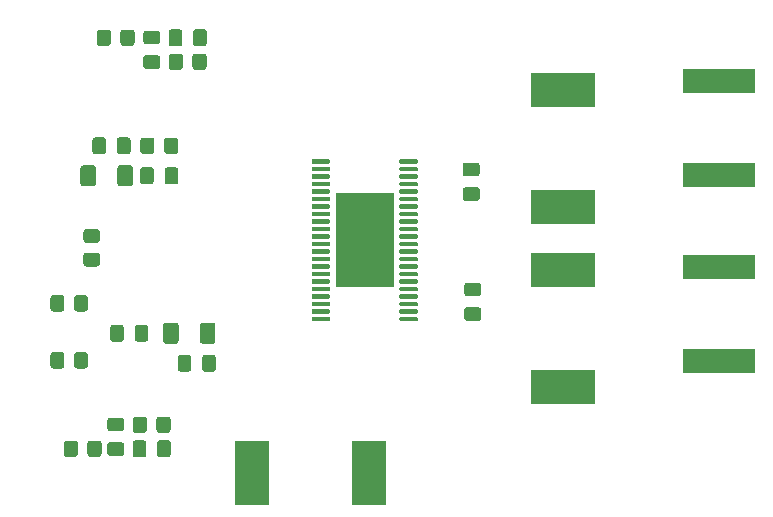
<source format=gbr>
%TF.GenerationSoftware,KiCad,Pcbnew,(5.1.9)-1*%
%TF.CreationDate,2021-11-30T23:52:57-06:00*%
%TF.ProjectId,Discrete_Channel,44697363-7265-4746-955f-4368616e6e65,rev?*%
%TF.SameCoordinates,Original*%
%TF.FileFunction,Paste,Top*%
%TF.FilePolarity,Positive*%
%FSLAX46Y46*%
G04 Gerber Fmt 4.6, Leading zero omitted, Abs format (unit mm)*
G04 Created by KiCad (PCBNEW (5.1.9)-1) date 2021-11-30 23:52:57*
%MOMM*%
%LPD*%
G01*
G04 APERTURE LIST*
%ADD10R,5.000000X8.000000*%
%ADD11R,6.100000X2.000000*%
%ADD12R,2.900000X5.400000*%
%ADD13R,5.400000X2.900000*%
G04 APERTURE END LIST*
%TO.C,U1*%
G36*
G01*
X136343000Y-75601500D02*
X136343000Y-75401500D01*
G75*
G02*
X136443000Y-75301500I100000J0D01*
G01*
X137818000Y-75301500D01*
G75*
G02*
X137918000Y-75401500I0J-100000D01*
G01*
X137918000Y-75601500D01*
G75*
G02*
X137818000Y-75701500I-100000J0D01*
G01*
X136443000Y-75701500D01*
G75*
G02*
X136343000Y-75601500I0J100000D01*
G01*
G37*
G36*
G01*
X136343000Y-76236500D02*
X136343000Y-76036500D01*
G75*
G02*
X136443000Y-75936500I100000J0D01*
G01*
X137818000Y-75936500D01*
G75*
G02*
X137918000Y-76036500I0J-100000D01*
G01*
X137918000Y-76236500D01*
G75*
G02*
X137818000Y-76336500I-100000J0D01*
G01*
X136443000Y-76336500D01*
G75*
G02*
X136343000Y-76236500I0J100000D01*
G01*
G37*
G36*
G01*
X136343000Y-76871500D02*
X136343000Y-76671500D01*
G75*
G02*
X136443000Y-76571500I100000J0D01*
G01*
X137818000Y-76571500D01*
G75*
G02*
X137918000Y-76671500I0J-100000D01*
G01*
X137918000Y-76871500D01*
G75*
G02*
X137818000Y-76971500I-100000J0D01*
G01*
X136443000Y-76971500D01*
G75*
G02*
X136343000Y-76871500I0J100000D01*
G01*
G37*
G36*
G01*
X136343000Y-77506500D02*
X136343000Y-77306500D01*
G75*
G02*
X136443000Y-77206500I100000J0D01*
G01*
X137818000Y-77206500D01*
G75*
G02*
X137918000Y-77306500I0J-100000D01*
G01*
X137918000Y-77506500D01*
G75*
G02*
X137818000Y-77606500I-100000J0D01*
G01*
X136443000Y-77606500D01*
G75*
G02*
X136343000Y-77506500I0J100000D01*
G01*
G37*
G36*
G01*
X136343000Y-78141500D02*
X136343000Y-77941500D01*
G75*
G02*
X136443000Y-77841500I100000J0D01*
G01*
X137818000Y-77841500D01*
G75*
G02*
X137918000Y-77941500I0J-100000D01*
G01*
X137918000Y-78141500D01*
G75*
G02*
X137818000Y-78241500I-100000J0D01*
G01*
X136443000Y-78241500D01*
G75*
G02*
X136343000Y-78141500I0J100000D01*
G01*
G37*
G36*
G01*
X136343000Y-78776500D02*
X136343000Y-78576500D01*
G75*
G02*
X136443000Y-78476500I100000J0D01*
G01*
X137818000Y-78476500D01*
G75*
G02*
X137918000Y-78576500I0J-100000D01*
G01*
X137918000Y-78776500D01*
G75*
G02*
X137818000Y-78876500I-100000J0D01*
G01*
X136443000Y-78876500D01*
G75*
G02*
X136343000Y-78776500I0J100000D01*
G01*
G37*
G36*
G01*
X136343000Y-79411500D02*
X136343000Y-79211500D01*
G75*
G02*
X136443000Y-79111500I100000J0D01*
G01*
X137818000Y-79111500D01*
G75*
G02*
X137918000Y-79211500I0J-100000D01*
G01*
X137918000Y-79411500D01*
G75*
G02*
X137818000Y-79511500I-100000J0D01*
G01*
X136443000Y-79511500D01*
G75*
G02*
X136343000Y-79411500I0J100000D01*
G01*
G37*
G36*
G01*
X136343000Y-80046500D02*
X136343000Y-79846500D01*
G75*
G02*
X136443000Y-79746500I100000J0D01*
G01*
X137818000Y-79746500D01*
G75*
G02*
X137918000Y-79846500I0J-100000D01*
G01*
X137918000Y-80046500D01*
G75*
G02*
X137818000Y-80146500I-100000J0D01*
G01*
X136443000Y-80146500D01*
G75*
G02*
X136343000Y-80046500I0J100000D01*
G01*
G37*
G36*
G01*
X136343000Y-80681500D02*
X136343000Y-80481500D01*
G75*
G02*
X136443000Y-80381500I100000J0D01*
G01*
X137818000Y-80381500D01*
G75*
G02*
X137918000Y-80481500I0J-100000D01*
G01*
X137918000Y-80681500D01*
G75*
G02*
X137818000Y-80781500I-100000J0D01*
G01*
X136443000Y-80781500D01*
G75*
G02*
X136343000Y-80681500I0J100000D01*
G01*
G37*
G36*
G01*
X136343000Y-81316500D02*
X136343000Y-81116500D01*
G75*
G02*
X136443000Y-81016500I100000J0D01*
G01*
X137818000Y-81016500D01*
G75*
G02*
X137918000Y-81116500I0J-100000D01*
G01*
X137918000Y-81316500D01*
G75*
G02*
X137818000Y-81416500I-100000J0D01*
G01*
X136443000Y-81416500D01*
G75*
G02*
X136343000Y-81316500I0J100000D01*
G01*
G37*
G36*
G01*
X136343000Y-81951500D02*
X136343000Y-81751500D01*
G75*
G02*
X136443000Y-81651500I100000J0D01*
G01*
X137818000Y-81651500D01*
G75*
G02*
X137918000Y-81751500I0J-100000D01*
G01*
X137918000Y-81951500D01*
G75*
G02*
X137818000Y-82051500I-100000J0D01*
G01*
X136443000Y-82051500D01*
G75*
G02*
X136343000Y-81951500I0J100000D01*
G01*
G37*
G36*
G01*
X136343000Y-82586500D02*
X136343000Y-82386500D01*
G75*
G02*
X136443000Y-82286500I100000J0D01*
G01*
X137818000Y-82286500D01*
G75*
G02*
X137918000Y-82386500I0J-100000D01*
G01*
X137918000Y-82586500D01*
G75*
G02*
X137818000Y-82686500I-100000J0D01*
G01*
X136443000Y-82686500D01*
G75*
G02*
X136343000Y-82586500I0J100000D01*
G01*
G37*
G36*
G01*
X136343000Y-83221500D02*
X136343000Y-83021500D01*
G75*
G02*
X136443000Y-82921500I100000J0D01*
G01*
X137818000Y-82921500D01*
G75*
G02*
X137918000Y-83021500I0J-100000D01*
G01*
X137918000Y-83221500D01*
G75*
G02*
X137818000Y-83321500I-100000J0D01*
G01*
X136443000Y-83321500D01*
G75*
G02*
X136343000Y-83221500I0J100000D01*
G01*
G37*
G36*
G01*
X136343000Y-83856500D02*
X136343000Y-83656500D01*
G75*
G02*
X136443000Y-83556500I100000J0D01*
G01*
X137818000Y-83556500D01*
G75*
G02*
X137918000Y-83656500I0J-100000D01*
G01*
X137918000Y-83856500D01*
G75*
G02*
X137818000Y-83956500I-100000J0D01*
G01*
X136443000Y-83956500D01*
G75*
G02*
X136343000Y-83856500I0J100000D01*
G01*
G37*
G36*
G01*
X136343000Y-84491500D02*
X136343000Y-84291500D01*
G75*
G02*
X136443000Y-84191500I100000J0D01*
G01*
X137818000Y-84191500D01*
G75*
G02*
X137918000Y-84291500I0J-100000D01*
G01*
X137918000Y-84491500D01*
G75*
G02*
X137818000Y-84591500I-100000J0D01*
G01*
X136443000Y-84591500D01*
G75*
G02*
X136343000Y-84491500I0J100000D01*
G01*
G37*
G36*
G01*
X136343000Y-85126500D02*
X136343000Y-84926500D01*
G75*
G02*
X136443000Y-84826500I100000J0D01*
G01*
X137818000Y-84826500D01*
G75*
G02*
X137918000Y-84926500I0J-100000D01*
G01*
X137918000Y-85126500D01*
G75*
G02*
X137818000Y-85226500I-100000J0D01*
G01*
X136443000Y-85226500D01*
G75*
G02*
X136343000Y-85126500I0J100000D01*
G01*
G37*
G36*
G01*
X136343000Y-85761500D02*
X136343000Y-85561500D01*
G75*
G02*
X136443000Y-85461500I100000J0D01*
G01*
X137818000Y-85461500D01*
G75*
G02*
X137918000Y-85561500I0J-100000D01*
G01*
X137918000Y-85761500D01*
G75*
G02*
X137818000Y-85861500I-100000J0D01*
G01*
X136443000Y-85861500D01*
G75*
G02*
X136343000Y-85761500I0J100000D01*
G01*
G37*
G36*
G01*
X136343000Y-86396500D02*
X136343000Y-86196500D01*
G75*
G02*
X136443000Y-86096500I100000J0D01*
G01*
X137818000Y-86096500D01*
G75*
G02*
X137918000Y-86196500I0J-100000D01*
G01*
X137918000Y-86396500D01*
G75*
G02*
X137818000Y-86496500I-100000J0D01*
G01*
X136443000Y-86496500D01*
G75*
G02*
X136343000Y-86396500I0J100000D01*
G01*
G37*
G36*
G01*
X136343000Y-87031500D02*
X136343000Y-86831500D01*
G75*
G02*
X136443000Y-86731500I100000J0D01*
G01*
X137818000Y-86731500D01*
G75*
G02*
X137918000Y-86831500I0J-100000D01*
G01*
X137918000Y-87031500D01*
G75*
G02*
X137818000Y-87131500I-100000J0D01*
G01*
X136443000Y-87131500D01*
G75*
G02*
X136343000Y-87031500I0J100000D01*
G01*
G37*
G36*
G01*
X136343000Y-87666500D02*
X136343000Y-87466500D01*
G75*
G02*
X136443000Y-87366500I100000J0D01*
G01*
X137818000Y-87366500D01*
G75*
G02*
X137918000Y-87466500I0J-100000D01*
G01*
X137918000Y-87666500D01*
G75*
G02*
X137818000Y-87766500I-100000J0D01*
G01*
X136443000Y-87766500D01*
G75*
G02*
X136343000Y-87666500I0J100000D01*
G01*
G37*
G36*
G01*
X136343000Y-88301500D02*
X136343000Y-88101500D01*
G75*
G02*
X136443000Y-88001500I100000J0D01*
G01*
X137818000Y-88001500D01*
G75*
G02*
X137918000Y-88101500I0J-100000D01*
G01*
X137918000Y-88301500D01*
G75*
G02*
X137818000Y-88401500I-100000J0D01*
G01*
X136443000Y-88401500D01*
G75*
G02*
X136343000Y-88301500I0J100000D01*
G01*
G37*
G36*
G01*
X136343000Y-88936500D02*
X136343000Y-88736500D01*
G75*
G02*
X136443000Y-88636500I100000J0D01*
G01*
X137818000Y-88636500D01*
G75*
G02*
X137918000Y-88736500I0J-100000D01*
G01*
X137918000Y-88936500D01*
G75*
G02*
X137818000Y-89036500I-100000J0D01*
G01*
X136443000Y-89036500D01*
G75*
G02*
X136343000Y-88936500I0J100000D01*
G01*
G37*
G36*
G01*
X143768000Y-88936500D02*
X143768000Y-88736500D01*
G75*
G02*
X143868000Y-88636500I100000J0D01*
G01*
X145243000Y-88636500D01*
G75*
G02*
X145343000Y-88736500I0J-100000D01*
G01*
X145343000Y-88936500D01*
G75*
G02*
X145243000Y-89036500I-100000J0D01*
G01*
X143868000Y-89036500D01*
G75*
G02*
X143768000Y-88936500I0J100000D01*
G01*
G37*
G36*
G01*
X143768000Y-88301500D02*
X143768000Y-88101500D01*
G75*
G02*
X143868000Y-88001500I100000J0D01*
G01*
X145243000Y-88001500D01*
G75*
G02*
X145343000Y-88101500I0J-100000D01*
G01*
X145343000Y-88301500D01*
G75*
G02*
X145243000Y-88401500I-100000J0D01*
G01*
X143868000Y-88401500D01*
G75*
G02*
X143768000Y-88301500I0J100000D01*
G01*
G37*
G36*
G01*
X143768000Y-87666500D02*
X143768000Y-87466500D01*
G75*
G02*
X143868000Y-87366500I100000J0D01*
G01*
X145243000Y-87366500D01*
G75*
G02*
X145343000Y-87466500I0J-100000D01*
G01*
X145343000Y-87666500D01*
G75*
G02*
X145243000Y-87766500I-100000J0D01*
G01*
X143868000Y-87766500D01*
G75*
G02*
X143768000Y-87666500I0J100000D01*
G01*
G37*
G36*
G01*
X143768000Y-87031500D02*
X143768000Y-86831500D01*
G75*
G02*
X143868000Y-86731500I100000J0D01*
G01*
X145243000Y-86731500D01*
G75*
G02*
X145343000Y-86831500I0J-100000D01*
G01*
X145343000Y-87031500D01*
G75*
G02*
X145243000Y-87131500I-100000J0D01*
G01*
X143868000Y-87131500D01*
G75*
G02*
X143768000Y-87031500I0J100000D01*
G01*
G37*
G36*
G01*
X143768000Y-86396500D02*
X143768000Y-86196500D01*
G75*
G02*
X143868000Y-86096500I100000J0D01*
G01*
X145243000Y-86096500D01*
G75*
G02*
X145343000Y-86196500I0J-100000D01*
G01*
X145343000Y-86396500D01*
G75*
G02*
X145243000Y-86496500I-100000J0D01*
G01*
X143868000Y-86496500D01*
G75*
G02*
X143768000Y-86396500I0J100000D01*
G01*
G37*
G36*
G01*
X143768000Y-85761500D02*
X143768000Y-85561500D01*
G75*
G02*
X143868000Y-85461500I100000J0D01*
G01*
X145243000Y-85461500D01*
G75*
G02*
X145343000Y-85561500I0J-100000D01*
G01*
X145343000Y-85761500D01*
G75*
G02*
X145243000Y-85861500I-100000J0D01*
G01*
X143868000Y-85861500D01*
G75*
G02*
X143768000Y-85761500I0J100000D01*
G01*
G37*
G36*
G01*
X143768000Y-85126500D02*
X143768000Y-84926500D01*
G75*
G02*
X143868000Y-84826500I100000J0D01*
G01*
X145243000Y-84826500D01*
G75*
G02*
X145343000Y-84926500I0J-100000D01*
G01*
X145343000Y-85126500D01*
G75*
G02*
X145243000Y-85226500I-100000J0D01*
G01*
X143868000Y-85226500D01*
G75*
G02*
X143768000Y-85126500I0J100000D01*
G01*
G37*
G36*
G01*
X143768000Y-84491500D02*
X143768000Y-84291500D01*
G75*
G02*
X143868000Y-84191500I100000J0D01*
G01*
X145243000Y-84191500D01*
G75*
G02*
X145343000Y-84291500I0J-100000D01*
G01*
X145343000Y-84491500D01*
G75*
G02*
X145243000Y-84591500I-100000J0D01*
G01*
X143868000Y-84591500D01*
G75*
G02*
X143768000Y-84491500I0J100000D01*
G01*
G37*
G36*
G01*
X143768000Y-83856500D02*
X143768000Y-83656500D01*
G75*
G02*
X143868000Y-83556500I100000J0D01*
G01*
X145243000Y-83556500D01*
G75*
G02*
X145343000Y-83656500I0J-100000D01*
G01*
X145343000Y-83856500D01*
G75*
G02*
X145243000Y-83956500I-100000J0D01*
G01*
X143868000Y-83956500D01*
G75*
G02*
X143768000Y-83856500I0J100000D01*
G01*
G37*
G36*
G01*
X143768000Y-83221500D02*
X143768000Y-83021500D01*
G75*
G02*
X143868000Y-82921500I100000J0D01*
G01*
X145243000Y-82921500D01*
G75*
G02*
X145343000Y-83021500I0J-100000D01*
G01*
X145343000Y-83221500D01*
G75*
G02*
X145243000Y-83321500I-100000J0D01*
G01*
X143868000Y-83321500D01*
G75*
G02*
X143768000Y-83221500I0J100000D01*
G01*
G37*
G36*
G01*
X143768000Y-82586500D02*
X143768000Y-82386500D01*
G75*
G02*
X143868000Y-82286500I100000J0D01*
G01*
X145243000Y-82286500D01*
G75*
G02*
X145343000Y-82386500I0J-100000D01*
G01*
X145343000Y-82586500D01*
G75*
G02*
X145243000Y-82686500I-100000J0D01*
G01*
X143868000Y-82686500D01*
G75*
G02*
X143768000Y-82586500I0J100000D01*
G01*
G37*
G36*
G01*
X143768000Y-81951500D02*
X143768000Y-81751500D01*
G75*
G02*
X143868000Y-81651500I100000J0D01*
G01*
X145243000Y-81651500D01*
G75*
G02*
X145343000Y-81751500I0J-100000D01*
G01*
X145343000Y-81951500D01*
G75*
G02*
X145243000Y-82051500I-100000J0D01*
G01*
X143868000Y-82051500D01*
G75*
G02*
X143768000Y-81951500I0J100000D01*
G01*
G37*
G36*
G01*
X143768000Y-81316500D02*
X143768000Y-81116500D01*
G75*
G02*
X143868000Y-81016500I100000J0D01*
G01*
X145243000Y-81016500D01*
G75*
G02*
X145343000Y-81116500I0J-100000D01*
G01*
X145343000Y-81316500D01*
G75*
G02*
X145243000Y-81416500I-100000J0D01*
G01*
X143868000Y-81416500D01*
G75*
G02*
X143768000Y-81316500I0J100000D01*
G01*
G37*
G36*
G01*
X143768000Y-80681500D02*
X143768000Y-80481500D01*
G75*
G02*
X143868000Y-80381500I100000J0D01*
G01*
X145243000Y-80381500D01*
G75*
G02*
X145343000Y-80481500I0J-100000D01*
G01*
X145343000Y-80681500D01*
G75*
G02*
X145243000Y-80781500I-100000J0D01*
G01*
X143868000Y-80781500D01*
G75*
G02*
X143768000Y-80681500I0J100000D01*
G01*
G37*
G36*
G01*
X143768000Y-80046500D02*
X143768000Y-79846500D01*
G75*
G02*
X143868000Y-79746500I100000J0D01*
G01*
X145243000Y-79746500D01*
G75*
G02*
X145343000Y-79846500I0J-100000D01*
G01*
X145343000Y-80046500D01*
G75*
G02*
X145243000Y-80146500I-100000J0D01*
G01*
X143868000Y-80146500D01*
G75*
G02*
X143768000Y-80046500I0J100000D01*
G01*
G37*
G36*
G01*
X143768000Y-79411500D02*
X143768000Y-79211500D01*
G75*
G02*
X143868000Y-79111500I100000J0D01*
G01*
X145243000Y-79111500D01*
G75*
G02*
X145343000Y-79211500I0J-100000D01*
G01*
X145343000Y-79411500D01*
G75*
G02*
X145243000Y-79511500I-100000J0D01*
G01*
X143868000Y-79511500D01*
G75*
G02*
X143768000Y-79411500I0J100000D01*
G01*
G37*
G36*
G01*
X143768000Y-78776500D02*
X143768000Y-78576500D01*
G75*
G02*
X143868000Y-78476500I100000J0D01*
G01*
X145243000Y-78476500D01*
G75*
G02*
X145343000Y-78576500I0J-100000D01*
G01*
X145343000Y-78776500D01*
G75*
G02*
X145243000Y-78876500I-100000J0D01*
G01*
X143868000Y-78876500D01*
G75*
G02*
X143768000Y-78776500I0J100000D01*
G01*
G37*
G36*
G01*
X143768000Y-78141500D02*
X143768000Y-77941500D01*
G75*
G02*
X143868000Y-77841500I100000J0D01*
G01*
X145243000Y-77841500D01*
G75*
G02*
X145343000Y-77941500I0J-100000D01*
G01*
X145343000Y-78141500D01*
G75*
G02*
X145243000Y-78241500I-100000J0D01*
G01*
X143868000Y-78241500D01*
G75*
G02*
X143768000Y-78141500I0J100000D01*
G01*
G37*
G36*
G01*
X143768000Y-77506500D02*
X143768000Y-77306500D01*
G75*
G02*
X143868000Y-77206500I100000J0D01*
G01*
X145243000Y-77206500D01*
G75*
G02*
X145343000Y-77306500I0J-100000D01*
G01*
X145343000Y-77506500D01*
G75*
G02*
X145243000Y-77606500I-100000J0D01*
G01*
X143868000Y-77606500D01*
G75*
G02*
X143768000Y-77506500I0J100000D01*
G01*
G37*
G36*
G01*
X143768000Y-76871500D02*
X143768000Y-76671500D01*
G75*
G02*
X143868000Y-76571500I100000J0D01*
G01*
X145243000Y-76571500D01*
G75*
G02*
X145343000Y-76671500I0J-100000D01*
G01*
X145343000Y-76871500D01*
G75*
G02*
X145243000Y-76971500I-100000J0D01*
G01*
X143868000Y-76971500D01*
G75*
G02*
X143768000Y-76871500I0J100000D01*
G01*
G37*
G36*
G01*
X143768000Y-76236500D02*
X143768000Y-76036500D01*
G75*
G02*
X143868000Y-75936500I100000J0D01*
G01*
X145243000Y-75936500D01*
G75*
G02*
X145343000Y-76036500I0J-100000D01*
G01*
X145343000Y-76236500D01*
G75*
G02*
X145243000Y-76336500I-100000J0D01*
G01*
X143868000Y-76336500D01*
G75*
G02*
X143768000Y-76236500I0J100000D01*
G01*
G37*
G36*
G01*
X143768000Y-75601500D02*
X143768000Y-75401500D01*
G75*
G02*
X143868000Y-75301500I100000J0D01*
G01*
X145243000Y-75301500D01*
G75*
G02*
X145343000Y-75401500I0J-100000D01*
G01*
X145343000Y-75601500D01*
G75*
G02*
X145243000Y-75701500I-100000J0D01*
G01*
X143868000Y-75701500D01*
G75*
G02*
X143768000Y-75601500I0J100000D01*
G01*
G37*
D10*
X140843000Y-82169000D03*
%TD*%
D11*
%TO.C,C31*%
X170842000Y-92392000D03*
X170842000Y-84392000D03*
%TD*%
%TO.C,C30*%
X170842000Y-76644000D03*
X170842000Y-68644000D03*
%TD*%
%TO.C,C10*%
G36*
G01*
X118951500Y-73693000D02*
X118951500Y-74643000D01*
G75*
G02*
X118701500Y-74893000I-250000J0D01*
G01*
X118026500Y-74893000D01*
G75*
G02*
X117776500Y-74643000I0J250000D01*
G01*
X117776500Y-73693000D01*
G75*
G02*
X118026500Y-73443000I250000J0D01*
G01*
X118701500Y-73443000D01*
G75*
G02*
X118951500Y-73693000I0J-250000D01*
G01*
G37*
G36*
G01*
X121026500Y-73693000D02*
X121026500Y-74643000D01*
G75*
G02*
X120776500Y-74893000I-250000J0D01*
G01*
X120101500Y-74893000D01*
G75*
G02*
X119851500Y-74643000I0J250000D01*
G01*
X119851500Y-73693000D01*
G75*
G02*
X120101500Y-73443000I250000J0D01*
G01*
X120776500Y-73443000D01*
G75*
G02*
X121026500Y-73693000I0J-250000D01*
G01*
G37*
%TD*%
%TO.C,C11*%
G36*
G01*
X124994000Y-93058000D02*
X124994000Y-92108000D01*
G75*
G02*
X125244000Y-91858000I250000J0D01*
G01*
X125919000Y-91858000D01*
G75*
G02*
X126169000Y-92108000I0J-250000D01*
G01*
X126169000Y-93058000D01*
G75*
G02*
X125919000Y-93308000I-250000J0D01*
G01*
X125244000Y-93308000D01*
G75*
G02*
X124994000Y-93058000I0J250000D01*
G01*
G37*
G36*
G01*
X127069000Y-93058000D02*
X127069000Y-92108000D01*
G75*
G02*
X127319000Y-91858000I250000J0D01*
G01*
X127994000Y-91858000D01*
G75*
G02*
X128244000Y-92108000I0J-250000D01*
G01*
X128244000Y-93058000D01*
G75*
G02*
X127994000Y-93308000I-250000J0D01*
G01*
X127319000Y-93308000D01*
G75*
G02*
X127069000Y-93058000I0J250000D01*
G01*
G37*
%TD*%
%TO.C,C12*%
G36*
G01*
X121224000Y-76057998D02*
X121224000Y-77358002D01*
G75*
G02*
X120974002Y-77608000I-249998J0D01*
G01*
X120148998Y-77608000D01*
G75*
G02*
X119899000Y-77358002I0J249998D01*
G01*
X119899000Y-76057998D01*
G75*
G02*
X120148998Y-75808000I249998J0D01*
G01*
X120974002Y-75808000D01*
G75*
G02*
X121224000Y-76057998I0J-249998D01*
G01*
G37*
G36*
G01*
X118099000Y-76057998D02*
X118099000Y-77358002D01*
G75*
G02*
X117849002Y-77608000I-249998J0D01*
G01*
X117023998Y-77608000D01*
G75*
G02*
X116774000Y-77358002I0J249998D01*
G01*
X116774000Y-76057998D01*
G75*
G02*
X117023998Y-75808000I249998J0D01*
G01*
X117849002Y-75808000D01*
G75*
G02*
X118099000Y-76057998I0J-249998D01*
G01*
G37*
%TD*%
%TO.C,C13*%
G36*
G01*
X126884000Y-90693002D02*
X126884000Y-89392998D01*
G75*
G02*
X127133998Y-89143000I249998J0D01*
G01*
X127959002Y-89143000D01*
G75*
G02*
X128209000Y-89392998I0J-249998D01*
G01*
X128209000Y-90693002D01*
G75*
G02*
X127959002Y-90943000I-249998J0D01*
G01*
X127133998Y-90943000D01*
G75*
G02*
X126884000Y-90693002I0J249998D01*
G01*
G37*
G36*
G01*
X123759000Y-90693002D02*
X123759000Y-89392998D01*
G75*
G02*
X124008998Y-89143000I249998J0D01*
G01*
X124834002Y-89143000D01*
G75*
G02*
X125084000Y-89392998I0J-249998D01*
G01*
X125084000Y-90693002D01*
G75*
G02*
X124834002Y-90943000I-249998J0D01*
G01*
X124008998Y-90943000D01*
G75*
G02*
X123759000Y-90693002I0J249998D01*
G01*
G37*
%TD*%
%TO.C,C19*%
G36*
G01*
X122529000Y-89568000D02*
X122529000Y-90518000D01*
G75*
G02*
X122279000Y-90768000I-250000J0D01*
G01*
X121604000Y-90768000D01*
G75*
G02*
X121354000Y-90518000I0J250000D01*
G01*
X121354000Y-89568000D01*
G75*
G02*
X121604000Y-89318000I250000J0D01*
G01*
X122279000Y-89318000D01*
G75*
G02*
X122529000Y-89568000I0J-250000D01*
G01*
G37*
G36*
G01*
X120454000Y-89568000D02*
X120454000Y-90518000D01*
G75*
G02*
X120204000Y-90768000I-250000J0D01*
G01*
X119529000Y-90768000D01*
G75*
G02*
X119279000Y-90518000I0J250000D01*
G01*
X119279000Y-89568000D01*
G75*
G02*
X119529000Y-89318000I250000J0D01*
G01*
X120204000Y-89318000D01*
G75*
G02*
X120454000Y-89568000I0J-250000D01*
G01*
G37*
%TD*%
%TO.C,C18*%
G36*
G01*
X122994000Y-76233000D02*
X122994000Y-77183000D01*
G75*
G02*
X122744000Y-77433000I-250000J0D01*
G01*
X122069000Y-77433000D01*
G75*
G02*
X121819000Y-77183000I0J250000D01*
G01*
X121819000Y-76233000D01*
G75*
G02*
X122069000Y-75983000I250000J0D01*
G01*
X122744000Y-75983000D01*
G75*
G02*
X122994000Y-76233000I0J-250000D01*
G01*
G37*
G36*
G01*
X125069000Y-76233000D02*
X125069000Y-77183000D01*
G75*
G02*
X124819000Y-77433000I-250000J0D01*
G01*
X124144000Y-77433000D01*
G75*
G02*
X123894000Y-77183000I0J250000D01*
G01*
X123894000Y-76233000D01*
G75*
G02*
X124144000Y-75983000I250000J0D01*
G01*
X124819000Y-75983000D01*
G75*
G02*
X125069000Y-76233000I0J-250000D01*
G01*
G37*
%TD*%
%TO.C,C22*%
G36*
G01*
X150462000Y-89001000D02*
X149512000Y-89001000D01*
G75*
G02*
X149262000Y-88751000I0J250000D01*
G01*
X149262000Y-88076000D01*
G75*
G02*
X149512000Y-87826000I250000J0D01*
G01*
X150462000Y-87826000D01*
G75*
G02*
X150712000Y-88076000I0J-250000D01*
G01*
X150712000Y-88751000D01*
G75*
G02*
X150462000Y-89001000I-250000J0D01*
G01*
G37*
G36*
G01*
X150462000Y-86926000D02*
X149512000Y-86926000D01*
G75*
G02*
X149262000Y-86676000I0J250000D01*
G01*
X149262000Y-86001000D01*
G75*
G02*
X149512000Y-85751000I250000J0D01*
G01*
X150462000Y-85751000D01*
G75*
G02*
X150712000Y-86001000I0J-250000D01*
G01*
X150712000Y-86676000D01*
G75*
G02*
X150462000Y-86926000I-250000J0D01*
G01*
G37*
%TD*%
%TO.C,C24*%
G36*
G01*
X149385000Y-77666000D02*
X150335000Y-77666000D01*
G75*
G02*
X150585000Y-77916000I0J-250000D01*
G01*
X150585000Y-78591000D01*
G75*
G02*
X150335000Y-78841000I-250000J0D01*
G01*
X149385000Y-78841000D01*
G75*
G02*
X149135000Y-78591000I0J250000D01*
G01*
X149135000Y-77916000D01*
G75*
G02*
X149385000Y-77666000I250000J0D01*
G01*
G37*
G36*
G01*
X149385000Y-75591000D02*
X150335000Y-75591000D01*
G75*
G02*
X150585000Y-75841000I0J-250000D01*
G01*
X150585000Y-76516000D01*
G75*
G02*
X150335000Y-76766000I-250000J0D01*
G01*
X149385000Y-76766000D01*
G75*
G02*
X149135000Y-76516000I0J250000D01*
G01*
X149135000Y-75841000D01*
G75*
G02*
X149385000Y-75591000I250000J0D01*
G01*
G37*
%TD*%
%TO.C,C26*%
G36*
G01*
X123284000Y-65590000D02*
X122334000Y-65590000D01*
G75*
G02*
X122084000Y-65340000I0J250000D01*
G01*
X122084000Y-64665000D01*
G75*
G02*
X122334000Y-64415000I250000J0D01*
G01*
X123284000Y-64415000D01*
G75*
G02*
X123534000Y-64665000I0J-250000D01*
G01*
X123534000Y-65340000D01*
G75*
G02*
X123284000Y-65590000I-250000J0D01*
G01*
G37*
G36*
G01*
X123284000Y-67665000D02*
X122334000Y-67665000D01*
G75*
G02*
X122084000Y-67415000I0J250000D01*
G01*
X122084000Y-66740000D01*
G75*
G02*
X122334000Y-66490000I250000J0D01*
G01*
X123284000Y-66490000D01*
G75*
G02*
X123534000Y-66740000I0J-250000D01*
G01*
X123534000Y-67415000D01*
G75*
G02*
X123284000Y-67665000I-250000J0D01*
G01*
G37*
%TD*%
%TO.C,C27*%
G36*
G01*
X119286000Y-99256000D02*
X120236000Y-99256000D01*
G75*
G02*
X120486000Y-99506000I0J-250000D01*
G01*
X120486000Y-100181000D01*
G75*
G02*
X120236000Y-100431000I-250000J0D01*
G01*
X119286000Y-100431000D01*
G75*
G02*
X119036000Y-100181000I0J250000D01*
G01*
X119036000Y-99506000D01*
G75*
G02*
X119286000Y-99256000I250000J0D01*
G01*
G37*
G36*
G01*
X119286000Y-97181000D02*
X120236000Y-97181000D01*
G75*
G02*
X120486000Y-97431000I0J-250000D01*
G01*
X120486000Y-98106000D01*
G75*
G02*
X120236000Y-98356000I-250000J0D01*
G01*
X119286000Y-98356000D01*
G75*
G02*
X119036000Y-98106000I0J250000D01*
G01*
X119036000Y-97431000D01*
G75*
G02*
X119286000Y-97181000I250000J0D01*
G01*
G37*
%TD*%
%TO.C,C28*%
G36*
G01*
X124232000Y-65499000D02*
X124232000Y-64549000D01*
G75*
G02*
X124482000Y-64299000I250000J0D01*
G01*
X125157000Y-64299000D01*
G75*
G02*
X125407000Y-64549000I0J-250000D01*
G01*
X125407000Y-65499000D01*
G75*
G02*
X125157000Y-65749000I-250000J0D01*
G01*
X124482000Y-65749000D01*
G75*
G02*
X124232000Y-65499000I0J250000D01*
G01*
G37*
G36*
G01*
X126307000Y-65499000D02*
X126307000Y-64549000D01*
G75*
G02*
X126557000Y-64299000I250000J0D01*
G01*
X127232000Y-64299000D01*
G75*
G02*
X127482000Y-64549000I0J-250000D01*
G01*
X127482000Y-65499000D01*
G75*
G02*
X127232000Y-65749000I-250000J0D01*
G01*
X126557000Y-65749000D01*
G75*
G02*
X126307000Y-65499000I0J250000D01*
G01*
G37*
%TD*%
%TO.C,C29*%
G36*
G01*
X123259000Y-100297000D02*
X123259000Y-99347000D01*
G75*
G02*
X123509000Y-99097000I250000J0D01*
G01*
X124184000Y-99097000D01*
G75*
G02*
X124434000Y-99347000I0J-250000D01*
G01*
X124434000Y-100297000D01*
G75*
G02*
X124184000Y-100547000I-250000J0D01*
G01*
X123509000Y-100547000D01*
G75*
G02*
X123259000Y-100297000I0J250000D01*
G01*
G37*
G36*
G01*
X121184000Y-100297000D02*
X121184000Y-99347000D01*
G75*
G02*
X121434000Y-99097000I250000J0D01*
G01*
X122109000Y-99097000D01*
G75*
G02*
X122359000Y-99347000I0J-250000D01*
G01*
X122359000Y-100297000D01*
G75*
G02*
X122109000Y-100547000I-250000J0D01*
G01*
X121434000Y-100547000D01*
G75*
G02*
X121184000Y-100297000I0J250000D01*
G01*
G37*
%TD*%
D12*
%TO.C,L1*%
X141221000Y-101854000D03*
X131321000Y-101854000D03*
%TD*%
D13*
%TO.C,L2*%
X157607000Y-79372000D03*
X157607000Y-69472000D03*
%TD*%
%TO.C,L4*%
X157607000Y-84712000D03*
X157607000Y-94612000D03*
%TD*%
%TO.C,R5*%
G36*
G01*
X116224000Y-87953001D02*
X116224000Y-87052999D01*
G75*
G02*
X116473999Y-86803000I249999J0D01*
G01*
X117174001Y-86803000D01*
G75*
G02*
X117424000Y-87052999I0J-249999D01*
G01*
X117424000Y-87953001D01*
G75*
G02*
X117174001Y-88203000I-249999J0D01*
G01*
X116473999Y-88203000D01*
G75*
G02*
X116224000Y-87953001I0J249999D01*
G01*
G37*
G36*
G01*
X114224000Y-87953001D02*
X114224000Y-87052999D01*
G75*
G02*
X114473999Y-86803000I249999J0D01*
G01*
X115174001Y-86803000D01*
G75*
G02*
X115424000Y-87052999I0J-249999D01*
G01*
X115424000Y-87953001D01*
G75*
G02*
X115174001Y-88203000I-249999J0D01*
G01*
X114473999Y-88203000D01*
G75*
G02*
X114224000Y-87953001I0J249999D01*
G01*
G37*
%TD*%
%TO.C,R6*%
G36*
G01*
X117278999Y-81204000D02*
X118179001Y-81204000D01*
G75*
G02*
X118429000Y-81453999I0J-249999D01*
G01*
X118429000Y-82154001D01*
G75*
G02*
X118179001Y-82404000I-249999J0D01*
G01*
X117278999Y-82404000D01*
G75*
G02*
X117029000Y-82154001I0J249999D01*
G01*
X117029000Y-81453999D01*
G75*
G02*
X117278999Y-81204000I249999J0D01*
G01*
G37*
G36*
G01*
X117278999Y-83204000D02*
X118179001Y-83204000D01*
G75*
G02*
X118429000Y-83453999I0J-249999D01*
G01*
X118429000Y-84154001D01*
G75*
G02*
X118179001Y-84404000I-249999J0D01*
G01*
X117278999Y-84404000D01*
G75*
G02*
X117029000Y-84154001I0J249999D01*
G01*
X117029000Y-83453999D01*
G75*
G02*
X117278999Y-83204000I249999J0D01*
G01*
G37*
%TD*%
%TO.C,R8*%
G36*
G01*
X115424000Y-91878600D02*
X115424000Y-92779400D01*
G75*
G02*
X115174400Y-93029000I-249600J0D01*
G01*
X114473600Y-93029000D01*
G75*
G02*
X114224000Y-92779400I0J249600D01*
G01*
X114224000Y-91878600D01*
G75*
G02*
X114473600Y-91629000I249600J0D01*
G01*
X115174400Y-91629000D01*
G75*
G02*
X115424000Y-91878600I0J-249600D01*
G01*
G37*
G36*
G01*
X117424000Y-91878999D02*
X117424000Y-92779001D01*
G75*
G02*
X117174001Y-93029000I-249999J0D01*
G01*
X116473999Y-93029000D01*
G75*
G02*
X116224000Y-92779001I0J249999D01*
G01*
X116224000Y-91878999D01*
G75*
G02*
X116473999Y-91629000I249999J0D01*
G01*
X117174001Y-91629000D01*
G75*
G02*
X117424000Y-91878999I0J-249999D01*
G01*
G37*
%TD*%
%TO.C,R7*%
G36*
G01*
X121844000Y-74618001D02*
X121844000Y-73717999D01*
G75*
G02*
X122093999Y-73468000I249999J0D01*
G01*
X122794001Y-73468000D01*
G75*
G02*
X123044000Y-73717999I0J-249999D01*
G01*
X123044000Y-74618001D01*
G75*
G02*
X122794001Y-74868000I-249999J0D01*
G01*
X122093999Y-74868000D01*
G75*
G02*
X121844000Y-74618001I0J249999D01*
G01*
G37*
G36*
G01*
X123844000Y-74618001D02*
X123844000Y-73717999D01*
G75*
G02*
X124093999Y-73468000I249999J0D01*
G01*
X124794001Y-73468000D01*
G75*
G02*
X125044000Y-73717999I0J-249999D01*
G01*
X125044000Y-74618001D01*
G75*
G02*
X124794001Y-74868000I-249999J0D01*
G01*
X124093999Y-74868000D01*
G75*
G02*
X123844000Y-74618001I0J249999D01*
G01*
G37*
%TD*%
%TO.C,R9*%
G36*
G01*
X124257000Y-67506001D02*
X124257000Y-66605999D01*
G75*
G02*
X124506999Y-66356000I249999J0D01*
G01*
X125207001Y-66356000D01*
G75*
G02*
X125457000Y-66605999I0J-249999D01*
G01*
X125457000Y-67506001D01*
G75*
G02*
X125207001Y-67756000I-249999J0D01*
G01*
X124506999Y-67756000D01*
G75*
G02*
X124257000Y-67506001I0J249999D01*
G01*
G37*
G36*
G01*
X126257000Y-67506001D02*
X126257000Y-66605999D01*
G75*
G02*
X126506999Y-66356000I249999J0D01*
G01*
X127207001Y-66356000D01*
G75*
G02*
X127457000Y-66605999I0J-249999D01*
G01*
X127457000Y-67506001D01*
G75*
G02*
X127207001Y-67756000I-249999J0D01*
G01*
X126506999Y-67756000D01*
G75*
G02*
X126257000Y-67506001I0J249999D01*
G01*
G37*
%TD*%
%TO.C,R10*%
G36*
G01*
X124409000Y-97339999D02*
X124409000Y-98240001D01*
G75*
G02*
X124159001Y-98490000I-249999J0D01*
G01*
X123458999Y-98490000D01*
G75*
G02*
X123209000Y-98240001I0J249999D01*
G01*
X123209000Y-97339999D01*
G75*
G02*
X123458999Y-97090000I249999J0D01*
G01*
X124159001Y-97090000D01*
G75*
G02*
X124409000Y-97339999I0J-249999D01*
G01*
G37*
G36*
G01*
X122409000Y-97339999D02*
X122409000Y-98240001D01*
G75*
G02*
X122159001Y-98490000I-249999J0D01*
G01*
X121458999Y-98490000D01*
G75*
G02*
X121209000Y-98240001I0J249999D01*
G01*
X121209000Y-97339999D01*
G75*
G02*
X121458999Y-97090000I249999J0D01*
G01*
X122159001Y-97090000D01*
G75*
G02*
X122409000Y-97339999I0J-249999D01*
G01*
G37*
%TD*%
%TO.C,R11*%
G36*
G01*
X119361000Y-64573999D02*
X119361000Y-65474001D01*
G75*
G02*
X119111001Y-65724000I-249999J0D01*
G01*
X118410999Y-65724000D01*
G75*
G02*
X118161000Y-65474001I0J249999D01*
G01*
X118161000Y-64573999D01*
G75*
G02*
X118410999Y-64324000I249999J0D01*
G01*
X119111001Y-64324000D01*
G75*
G02*
X119361000Y-64573999I0J-249999D01*
G01*
G37*
G36*
G01*
X121361000Y-64573999D02*
X121361000Y-65474001D01*
G75*
G02*
X121111001Y-65724000I-249999J0D01*
G01*
X120410999Y-65724000D01*
G75*
G02*
X120161000Y-65474001I0J249999D01*
G01*
X120161000Y-64573999D01*
G75*
G02*
X120410999Y-64324000I249999J0D01*
G01*
X121111001Y-64324000D01*
G75*
G02*
X121361000Y-64573999I0J-249999D01*
G01*
G37*
%TD*%
%TO.C,R12*%
G36*
G01*
X116567000Y-99371999D02*
X116567000Y-100272001D01*
G75*
G02*
X116317001Y-100522000I-249999J0D01*
G01*
X115616999Y-100522000D01*
G75*
G02*
X115367000Y-100272001I0J249999D01*
G01*
X115367000Y-99371999D01*
G75*
G02*
X115616999Y-99122000I249999J0D01*
G01*
X116317001Y-99122000D01*
G75*
G02*
X116567000Y-99371999I0J-249999D01*
G01*
G37*
G36*
G01*
X118567000Y-99371999D02*
X118567000Y-100272001D01*
G75*
G02*
X118317001Y-100522000I-249999J0D01*
G01*
X117616999Y-100522000D01*
G75*
G02*
X117367000Y-100272001I0J249999D01*
G01*
X117367000Y-99371999D01*
G75*
G02*
X117616999Y-99122000I249999J0D01*
G01*
X118317001Y-99122000D01*
G75*
G02*
X118567000Y-99371999I0J-249999D01*
G01*
G37*
%TD*%
M02*

</source>
